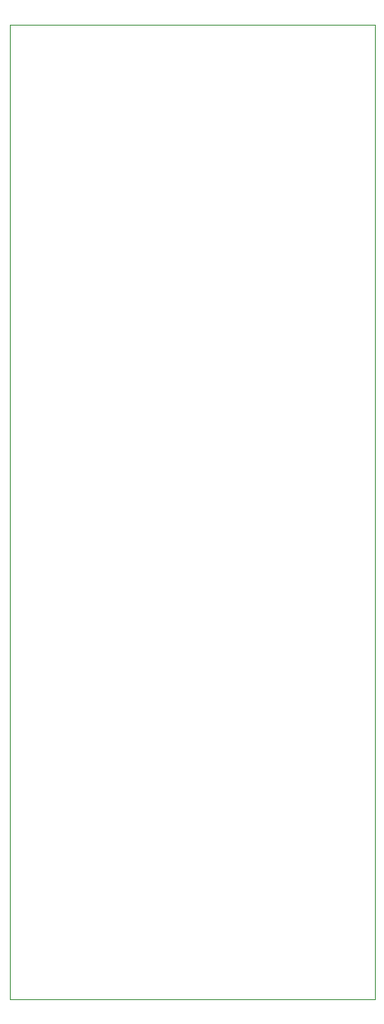
<source format=gm1>
G04 #@! TF.GenerationSoftware,KiCad,Pcbnew,7.0.7*
G04 #@! TF.CreationDate,2023-09-13T10:23:32-04:00*
G04 #@! TF.ProjectId,sensor_node,73656e73-6f72-45f6-9e6f-64652e6b6963,rev?*
G04 #@! TF.SameCoordinates,Original*
G04 #@! TF.FileFunction,Profile,NP*
%FSLAX46Y46*%
G04 Gerber Fmt 4.6, Leading zero omitted, Abs format (unit mm)*
G04 Created by KiCad (PCBNEW 7.0.7) date 2023-09-13 10:23:32*
%MOMM*%
%LPD*%
G01*
G04 APERTURE LIST*
G04 #@! TA.AperFunction,Profile*
%ADD10C,0.100000*%
G04 #@! TD*
G04 APERTURE END LIST*
D10*
X127250000Y-36750000D02*
X164750000Y-36750000D01*
X164750000Y-136750000D01*
X127250000Y-136750000D01*
X127250000Y-36750000D01*
M02*

</source>
